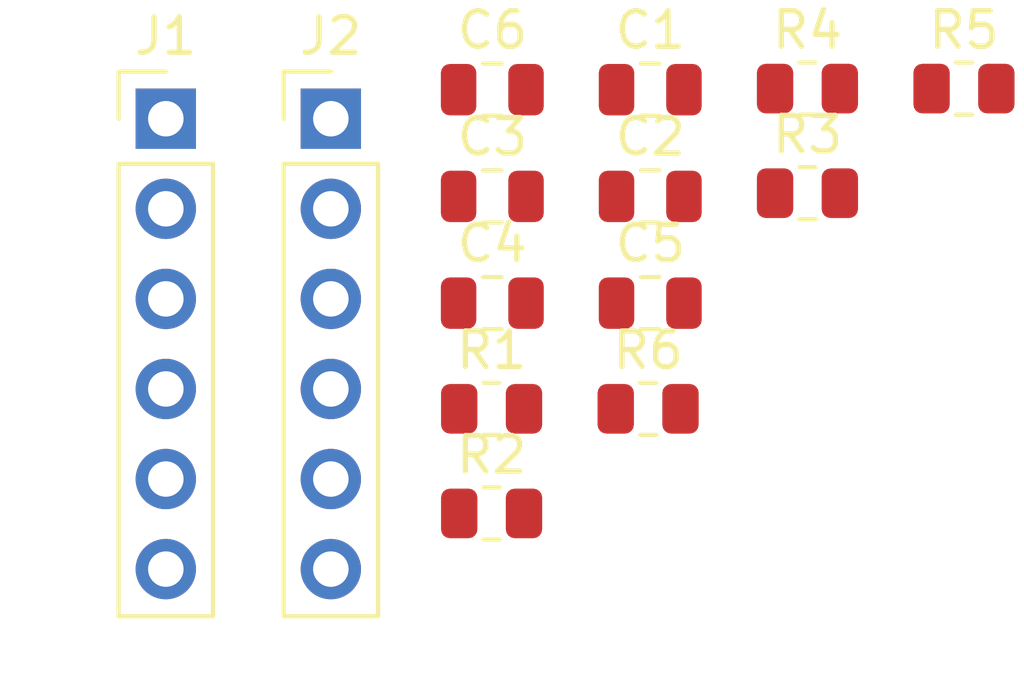
<source format=kicad_pcb>
(kicad_pcb (version 20211014) (generator pcbnew)
  (layers (0 "F.Cu" signal) (31 "B.Cu" signal) (34 "B.Paste" user) (35 "F.Paste" user) (36 "B.SilkS" user "B.Silkscreen") (37 "F.SilkS" user "F.Silkscreen") (38 "B.Mask" user) (39 "F.Mask" user) (44 "Edge.Cuts" user))
  (net 0 "")
  (net 1 "Net-(C1-Pad1)")
  (net 2 "Net-(C1-Pad2)")
  (net 3 "Net-(C2-Pad1)")
  (net 4 "Net-(C2-Pad2)")
  (net 5 "Net-(C3-Pad1)")
  (net 6 "Net-(C3-Pad2)")
  (net 7 "Net-(C4-Pad1)")
  (net 8 "Net-(C4-Pad2)")
  (net 9 "Net-(C5-Pad1)")
  (net 10 "Net-(C5-Pad2)")
  (net 11 "Net-(C6-Pad1)")
  (net 12 "Net-(C6-Pad2)")
  (footprint "Capacitor_SMD:C_0805_2012Metric" (layer "F.Cu") (at 141.6 66.51)
    (fp_text reference "C3" (at 0 -1.68) (layer "F.SilkS"))
    (fp_text value "C")
    (fp_line (start -0.261252 0.735) (end 0.261252 0.735) (layer "F.SilkS") (width 0.12))
    (fp_line (start -0.261252 -0.735) (end 0.261252 -0.735) (layer "F.SilkS") (width 0.12))
    (pad "1" smd roundrect (at -0.95 0) (size 1 1.45) (layers "F.Cu" "F.Paste" "F.Mask") (net 5 "Net-(C3-Pad1)"))
    (pad "2" smd roundrect (at 0.95 0) (size 1 1.45) (layers "F.Cu" "F.Paste" "F.Mask") (net 6 "Net-(C3-Pad2)"))
  )
  (footprint "Connector_PinHeader_2.54mm:PinHeader_1x06_P2.54mm_Vertical" (layer "F.Cu") (at 137.05 64.32)
    (fp_text reference "J2" (at 0 -2.33) (layer "F.SilkS"))
    (fp_text value "Conn_01x06")
    (fp_line (start -1.33 1.27) (end -1.33 14.03) (layer "F.SilkS") (width 0.12))
    (fp_line (start -1.33 14.03) (end 1.33 14.03) (layer "F.SilkS") (width 0.12))
    (fp_line (start 1.33 1.27) (end 1.33 14.03) (layer "F.SilkS") (width 0.12))
    (fp_line (start -1.33 0) (end -1.33 -1.33) (layer "F.SilkS") (width 0.12))
    (fp_line (start -1.33 -1.33) (end 0 -1.33) (layer "F.SilkS") (width 0.12))
    (fp_line (start -1.33 1.27) (end 1.33 1.27) (layer "F.SilkS") (width 0.12))
    (pad "1" thru_hole rect (at 0 0) (size 1.7 1.7) (drill 1) (layers *.Cu *.Mask) (net 2 "Net-(C1-Pad2)"))
    (pad "2" thru_hole oval (at 0 2.54) (size 1.7 1.7) (drill 1) (layers *.Cu *.Mask) (net 4 "Net-(C2-Pad2)"))
    (pad "3" thru_hole oval (at 0 5.08) (size 1.7 1.7) (drill 1) (layers *.Cu *.Mask) (net 6 "Net-(C3-Pad2)"))
    (pad "4" thru_hole oval (at 0 7.62) (size 1.7 1.7) (drill 1) (layers *.Cu *.Mask) (net 8 "Net-(C4-Pad2)"))
    (pad "5" thru_hole oval (at 0 10.16) (size 1.7 1.7) (drill 1) (layers *.Cu *.Mask) (net 10 "Net-(C5-Pad2)"))
    (pad "6" thru_hole oval (at 0 12.7) (size 1.7 1.7) (drill 1) (layers *.Cu *.Mask) (net 12 "Net-(C6-Pad2)"))
  )
  (footprint "Resistor_SMD:R_0805_2012Metric" (layer "F.Cu") (at 150.48 66.42)
    (fp_text reference "R3" (at 0 -1.65) (layer "F.SilkS"))
    (fp_text value "R")
    (fp_line (start -0.227064 0.735) (end 0.227064 0.735) (layer "F.SilkS") (width 0.12))
    (fp_line (start -0.227064 -0.735) (end 0.227064 -0.735) (layer "F.SilkS") (width 0.12))
    (pad "1" smd roundrect (at -0.9125 0) (size 1.025 1.4) (layers "F.Cu" "F.Paste" "F.Mask") (roundrect_rratio 0.243902) (net 5 "Net-(C3-Pad1)"))
    (pad "2" smd roundrect (at 0.9125 0) (size 1.025 1.4) (layers "F.Cu" "F.Paste" "F.Mask") (roundrect_rratio 0.243902) (net 6 "Net-(C3-Pad2)"))
  )
  (footprint "Resistor_SMD:R_0805_2012Metric" (layer "F.Cu") (at 150.48 63.47)
    (fp_text reference "R4" (at 0 -1.65) (layer "F.SilkS"))
    (fp_text value "R")
    (fp_line (start -0.227064 -0.735) (end 0.227064 -0.735) (layer "F.SilkS") (width 0.12))
    (fp_line (start -0.227064 0.735) (end 0.227064 0.735) (layer "F.SilkS") (width 0.12))
    (pad "1" smd roundrect (at -0.9125 0) (size 1.025 1.4) (layers "F.Cu" "F.Paste" "F.Mask") (roundrect_rratio 0.243902) (net 7 "Net-(C4-Pad1)"))
    (pad "2" smd roundrect (at 0.9125 0) (size 1.025 1.4) (layers "F.Cu" "F.Paste" "F.Mask") (roundrect_rratio 0.243902) (net 8 "Net-(C4-Pad2)"))
  )
  (footprint "Resistor_SMD:R_0805_2012Metric" (layer "F.Cu") (at 141.58 75.45)
    (fp_text reference "R2" (at 0 -1.65) (layer "F.SilkS"))
    (fp_text value "R")
    (fp_line (start -0.227064 -0.735) (end 0.227064 -0.735) (layer "F.SilkS") (width 0.12))
    (fp_line (start -0.227064 0.735) (end 0.227064 0.735) (layer "F.SilkS") (width 0.12))
    (pad "1" smd roundrect (at -0.9125 0) (size 1.025 1.4) (layers "F.Cu" "F.Paste" "F.Mask") (roundrect_rratio 0.243902) (net 3 "Net-(C2-Pad1)"))
    (pad "2" smd roundrect (at 0.9125 0) (size 1.025 1.4) (layers "F.Cu" "F.Paste" "F.Mask") (roundrect_rratio 0.243902) (net 4 "Net-(C2-Pad2)"))
  )
  (footprint "Capacitor_SMD:C_0805_2012Metric" (layer "F.Cu") (at 146.05 69.52)
    (fp_text reference "C5" (at 0 -1.68) (layer "F.SilkS"))
    (fp_text value "C")
    (fp_line (start -0.261252 -0.735) (end 0.261252 -0.735) (layer "F.SilkS") (width 0.12))
    (fp_line (start -0.261252 0.735) (end 0.261252 0.735) (layer "F.SilkS") (width 0.12))
    (pad "1" smd roundrect (at -0.95 0) (size 1 1.45) (layers "F.Cu" "F.Paste" "F.Mask") (net 9 "Net-(C5-Pad1)"))
    (pad "2" smd roundrect (at 0.95 0) (size 1 1.45) (layers "F.Cu" "F.Paste" "F.Mask") (net 10 "Net-(C5-Pad2)"))
  )
  (footprint "Capacitor_SMD:C_0805_2012Metric" (layer "F.Cu") (at 146.05 63.5)
    (fp_text reference "C1" (at 0 -1.68) (layer "F.SilkS"))
    (fp_text value "C")
    (fp_line (start -0.261252 0.735) (end 0.261252 0.735) (layer "F.SilkS") (width 0.12))
    (fp_line (start -0.261252 -0.735) (end 0.261252 -0.735) (layer "F.SilkS") (width 0.12))
    (pad "1" smd roundrect (at -0.95 0) (size 1 1.45) (layers "F.Cu" "F.Paste" "F.Mask") (net 1 "Net-(C1-Pad1)"))
    (pad "2" smd roundrect (at 0.95 0) (size 1 1.45) (layers "F.Cu" "F.Paste" "F.Mask") (net 2 "Net-(C1-Pad2)"))
  )
  (footprint "Resistor_SMD:R_0805_2012Metric" (layer "F.Cu") (at 141.58 72.5)
    (fp_text reference "R1" (at 0 -1.65) (layer "F.SilkS"))
    (fp_text value "R")
    (fp_line (start -0.227064 0.735) (end 0.227064 0.735) (layer "F.SilkS") (width 0.12))
    (fp_line (start -0.227064 -0.735) (end 0.227064 -0.735) (layer "F.SilkS") (width 0.12))
    (pad "1" smd roundrect (at -0.9125 0) (size 1.025 1.4) (layers "F.Cu" "F.Paste" "F.Mask") (roundrect_rratio 0.243902) (net 1 "Net-(C1-Pad1)"))
    (pad "2" smd roundrect (at 0.9125 0) (size 1.025 1.4) (layers "F.Cu" "F.Paste" "F.Mask") (roundrect_rratio 0.243902) (net 2 "Net-(C1-Pad2)"))
  )
  (footprint "Capacitor_SMD:C_0805_2012Metric" (layer "F.Cu") (at 141.6 63.5)
    (fp_text reference "C6" (at 0 -1.68) (layer "F.SilkS"))
    (fp_text value "C")
    (fp_line (start -0.261252 0.735) (end 0.261252 0.735) (layer "F.SilkS") (width 0.12))
    (fp_line (start -0.261252 -0.735) (end 0.261252 -0.735) (layer "F.SilkS") (width 0.12))
    (pad "1" smd roundrect (at -0.95 0) (size 1 1.45) (layers "F.Cu" "F.Paste" "F.Mask") (net 11 "Net-(C6-Pad1)"))
    (pad "2" smd roundrect (at 0.95 0) (size 1 1.45) (layers "F.Cu" "F.Paste" "F.Mask") (net 12 "Net-(C6-Pad2)"))
  )
  (footprint "Resistor_SMD:R_0805_2012Metric" (layer "F.Cu") (at 154.89 63.47)
    (fp_text reference "R5" (at 0 -1.65) (layer "F.SilkS"))
    (fp_text value "R")
    (fp_line (start -0.227064 0.735) (end 0.227064 0.735) (layer "F.SilkS") (width 0.12))
    (fp_line (start -0.227064 -0.735) (end 0.227064 -0.735) (layer "F.SilkS") (width 0.12))
    (pad "1" smd roundrect (at -0.9125 0) (size 1.025 1.4) (layers "F.Cu" "F.Paste" "F.Mask") (roundrect_rratio 0.243902) (net 9 "Net-(C5-Pad1)"))
    (pad "2" smd roundrect (at 0.9125 0) (size 1.025 1.4) (layers "F.Cu" "F.Paste" "F.Mask") (roundrect_rratio 0.243902) (net 10 "Net-(C5-Pad2)"))
  )
  (footprint "Resistor_SMD:R_0805_2012Metric" (layer "F.Cu") (at 145.99 72.5)
    (fp_text reference "R6" (at 0 -1.65) (layer "F.SilkS"))
    (fp_text value "R")
    (fp_line (start -0.227064 0.735) (end 0.227064 0.735) (layer "F.SilkS") (width 0.12))
    (fp_line (start -0.227064 -0.735) (end 0.227064 -0.735) (layer "F.SilkS") (width 0.12))
    (pad "1" smd roundrect (at -0.9125 0) (size 1.025 1.4) (layers "F.Cu" "F.Paste" "F.Mask") (roundrect_rratio 0.243902) (net 11 "Net-(C6-Pad1)"))
    (pad "2" smd roundrect (at 0.9125 0) (size 1.025 1.4) (layers "F.Cu" "F.Paste" "F.Mask") (roundrect_rratio 0.243902) (net 12 "Net-(C6-Pad2)"))
  )
  (footprint "Capacitor_SMD:C_0805_2012Metric" (layer "F.Cu") (at 141.6 69.52)
    (fp_text reference "C4" (at 0 -1.68) (layer "F.SilkS"))
    (fp_text value "C")
    (fp_line (start -0.261252 0.735) (end 0.261252 0.735) (layer "F.SilkS") (width 0.12))
    (fp_line (start -0.261252 -0.735) (end 0.261252 -0.735) (layer "F.SilkS") (width 0.12))
    (pad "1" smd roundrect (at -0.95 0) (size 1 1.45) (layers "F.Cu" "F.Paste" "F.Mask") (net 7 "Net-(C4-Pad1)"))
    (pad "2" smd roundrect (at 0.95 0) (size 1 1.45) (layers "F.Cu" "F.Paste" "F.Mask") (net 8 "Net-(C4-Pad2)"))
  )
  (footprint "Capacitor_SMD:C_0805_2012Metric" (layer "F.Cu") (at 146.05 66.51)
    (fp_text reference "C2" (at 0 -1.68) (layer "F.SilkS"))
    (fp_text value "C")
    (fp_line (start -0.261252 -0.735) (end 0.261252 -0.735) (layer "F.SilkS") (width 0.12))
    (fp_line (start -0.261252 0.735) (end 0.261252 0.735) (layer "F.SilkS") (width 0.12))
    (pad "1" smd roundrect (at -0.95 0) (size 1 1.45) (layers "F.Cu" "F.Paste" "F.Mask") (net 3 "Net-(C2-Pad1)"))
    (pad "2" smd roundrect (at 0.95 0) (size 1 1.45) (layers "F.Cu" "F.Paste" "F.Mask") (net 4 "Net-(C2-Pad2)"))
  )
  (footprint "Connector_PinHeader_2.54mm:PinHeader_1x06_P2.54mm_Vertical" (layer "F.Cu") (at 132.4 64.32)
    (fp_text reference "J1" (at 0 -2.33) (layer "F.SilkS"))
    (fp_text value "Conn_01x06")
    (fp_line (start -1.33 -1.33) (end 0 -1.33) (layer "F.SilkS") (width 0.12))
    (fp_line (start 1.33 1.27) (end 1.33 14.03) (layer "F.SilkS") (width 0.12))
    (fp_line (start -1.33 1.27) (end -1.33 14.03) (layer "F.SilkS") (width 0.12))
    (fp_line (start -1.33 0) (end -1.33 -1.33) (layer "F.SilkS") (width 0.12))
    (fp_line (start -1.33 14.03) (end 1.33 14.03) (layer "F.SilkS") (width 0.12))
    (fp_line (start -1.33 1.27) (end 1.33 1.27) (layer "F.SilkS") (width 0.12))
    (pad "1" thru_hole rect (at 0 0) (size 1.7 1.7) (drill 1) (layers *.Cu *.Mask) (net 11 "Net-(C6-Pad1)"))
    (pad "2" thru_hole oval (at 0 2.54) (size 1.7 1.7) (drill 1) (layers *.Cu *.Mask) (net 9 "Net-(C5-Pad1)"))
    (pad "3" thru_hole oval (at 0 5.08) (size 1.7 1.7) (drill 1) (layers *.Cu *.Mask) (net 7 "Net-(C4-Pad1)"))
    (pad "4" thru_hole oval (at 0 7.62) (size 1.7 1.7) (drill 1) (layers *.Cu *.Mask) (net 5 "Net-(C3-Pad1)"))
    (pad "5" thru_hole oval (at 0 10.16) (size 1.7 1.7) (drill 1) (layers *.Cu *.Mask) (net 3 "Net-(C2-Pad1)"))
    (pad "6" thru_hole oval (at 0 12.7) (size 1.7 1.7) (drill 1) (layers *.Cu *.Mask) (net 1 "Net-(C1-Pad1)"))
  )
)
</source>
